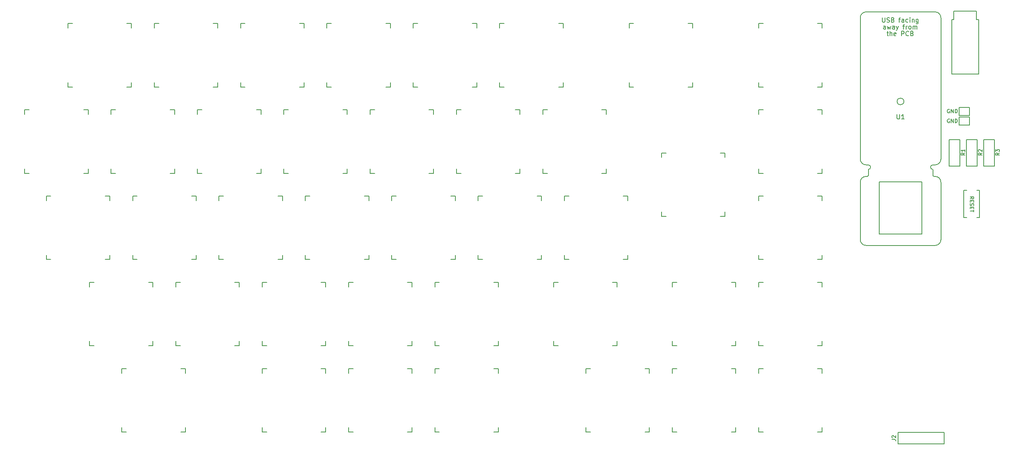
<source format=gbr>
%TF.GenerationSoftware,KiCad,Pcbnew,(5.1.7)-1*%
%TF.CreationDate,2020-11-02T23:06:17+01:00*%
%TF.ProjectId,Split65Right,53706c69-7436-4355-9269-6768742e6b69,rev?*%
%TF.SameCoordinates,Original*%
%TF.FileFunction,Legend,Top*%
%TF.FilePolarity,Positive*%
%FSLAX46Y46*%
G04 Gerber Fmt 4.6, Leading zero omitted, Abs format (unit mm)*
G04 Created by KiCad (PCBNEW (5.1.7)-1) date 2020-11-02 23:06:17*
%MOMM*%
%LPD*%
G01*
G04 APERTURE LIST*
%ADD10C,0.150000*%
%ADD11C,0.200000*%
G04 APERTURE END LIST*
D10*
%TO.C,SW39*%
X59360000Y-109144000D02*
X59360000Y-110144000D01*
X58360000Y-123144000D02*
X59360000Y-123144000D01*
X59360000Y-109144000D02*
X58360000Y-109144000D01*
X59360000Y-122144000D02*
X59360000Y-123144000D01*
X45360000Y-123144000D02*
X45360000Y-122144000D01*
X46360000Y-109144000D02*
X45360000Y-109144000D01*
X45360000Y-123144000D02*
X46360000Y-123144000D01*
X45360000Y-110144000D02*
X45360000Y-109144000D01*
%TO.C,J2*%
X216496000Y-125744000D02*
X226656000Y-125744000D01*
X216496000Y-123204000D02*
X226656000Y-123204000D01*
X226656000Y-123204000D02*
X226656000Y-125744000D01*
X216496000Y-125744000D02*
X216496000Y-123204000D01*
%TO.C,J1*%
X228336000Y-44130000D02*
X228336000Y-32130000D01*
X234336000Y-44130000D02*
X228336000Y-44130000D01*
X234336000Y-32130000D02*
X234336000Y-44130000D01*
X228336000Y-32130000D02*
X228836000Y-32130000D01*
X233836000Y-32130000D02*
X233836000Y-30230000D01*
X228836000Y-32130000D02*
X228836000Y-30230000D01*
X234336000Y-32130000D02*
X233836000Y-32130000D01*
X228836000Y-30230000D02*
X233836000Y-30230000D01*
%TO.C,JP2*%
X232241000Y-55391000D02*
X229955000Y-55391000D01*
X229955000Y-55391000D02*
X229955000Y-53613000D01*
X229955000Y-53613000D02*
X232241000Y-53613000D01*
X232241000Y-53613000D02*
X232241000Y-55391000D01*
%TO.C,JP3*%
X232241000Y-53249000D02*
X229955000Y-53249000D01*
X229955000Y-53249000D02*
X229955000Y-51471000D01*
X229955000Y-51471000D02*
X232241000Y-51471000D01*
X232241000Y-51471000D02*
X232241000Y-53249000D01*
D11*
%TO.C,R1*%
X230156000Y-58604000D02*
X230156000Y-64404000D01*
X227756000Y-58604000D02*
X230156000Y-58604000D01*
X227756000Y-64404000D02*
X227756000Y-58604000D01*
X230156000Y-64429000D02*
X227756000Y-64429000D01*
%TO.C,R2*%
X233964000Y-58604000D02*
X233964000Y-64404000D01*
X231564000Y-58604000D02*
X233964000Y-58604000D01*
X231564000Y-64404000D02*
X231564000Y-58604000D01*
X233964000Y-64429000D02*
X231564000Y-64429000D01*
D10*
%TO.C,SW1*%
X199780000Y-32984000D02*
X199780000Y-33984000D01*
X198780000Y-46984000D02*
X199780000Y-46984000D01*
X199780000Y-32984000D02*
X198780000Y-32984000D01*
X199780000Y-45984000D02*
X199780000Y-46984000D01*
X185780000Y-46984000D02*
X185780000Y-45984000D01*
X186780000Y-32984000D02*
X185780000Y-32984000D01*
X185780000Y-46984000D02*
X186780000Y-46984000D01*
X185780000Y-33984000D02*
X185780000Y-32984000D01*
%TO.C,SW2*%
X171220000Y-32984000D02*
X171220000Y-33984000D01*
X170220000Y-46984000D02*
X171220000Y-46984000D01*
X171220000Y-32984000D02*
X170220000Y-32984000D01*
X171220000Y-45984000D02*
X171220000Y-46984000D01*
X157220000Y-46984000D02*
X157220000Y-45984000D01*
X158220000Y-32984000D02*
X157220000Y-32984000D01*
X157220000Y-46984000D02*
X158220000Y-46984000D01*
X157220000Y-33984000D02*
X157220000Y-32984000D01*
%TO.C,SW3*%
X142660000Y-32984000D02*
X142660000Y-33984000D01*
X141660000Y-46984000D02*
X142660000Y-46984000D01*
X142660000Y-32984000D02*
X141660000Y-32984000D01*
X142660000Y-45984000D02*
X142660000Y-46984000D01*
X128660000Y-46984000D02*
X128660000Y-45984000D01*
X129660000Y-32984000D02*
X128660000Y-32984000D01*
X128660000Y-46984000D02*
X129660000Y-46984000D01*
X128660000Y-33984000D02*
X128660000Y-32984000D01*
%TO.C,SW4*%
X123620000Y-32984000D02*
X123620000Y-33984000D01*
X122620000Y-46984000D02*
X123620000Y-46984000D01*
X123620000Y-32984000D02*
X122620000Y-32984000D01*
X123620000Y-45984000D02*
X123620000Y-46984000D01*
X109620000Y-46984000D02*
X109620000Y-45984000D01*
X110620000Y-32984000D02*
X109620000Y-32984000D01*
X109620000Y-46984000D02*
X110620000Y-46984000D01*
X109620000Y-33984000D02*
X109620000Y-32984000D01*
%TO.C,SW5*%
X104580000Y-32984000D02*
X104580000Y-33984000D01*
X103580000Y-46984000D02*
X104580000Y-46984000D01*
X104580000Y-32984000D02*
X103580000Y-32984000D01*
X104580000Y-45984000D02*
X104580000Y-46984000D01*
X90580000Y-46984000D02*
X90580000Y-45984000D01*
X91580000Y-32984000D02*
X90580000Y-32984000D01*
X90580000Y-46984000D02*
X91580000Y-46984000D01*
X90580000Y-33984000D02*
X90580000Y-32984000D01*
%TO.C,SW6*%
X85540000Y-32984000D02*
X85540000Y-33984000D01*
X84540000Y-46984000D02*
X85540000Y-46984000D01*
X85540000Y-32984000D02*
X84540000Y-32984000D01*
X85540000Y-45984000D02*
X85540000Y-46984000D01*
X71540000Y-46984000D02*
X71540000Y-45984000D01*
X72540000Y-32984000D02*
X71540000Y-32984000D01*
X71540000Y-46984000D02*
X72540000Y-46984000D01*
X71540000Y-33984000D02*
X71540000Y-32984000D01*
%TO.C,SW7*%
X66500000Y-32984000D02*
X66500000Y-33984000D01*
X65500000Y-46984000D02*
X66500000Y-46984000D01*
X66500000Y-32984000D02*
X65500000Y-32984000D01*
X66500000Y-45984000D02*
X66500000Y-46984000D01*
X52500000Y-46984000D02*
X52500000Y-45984000D01*
X53500000Y-32984000D02*
X52500000Y-32984000D01*
X52500000Y-46984000D02*
X53500000Y-46984000D01*
X52500000Y-33984000D02*
X52500000Y-32984000D01*
%TO.C,SW8*%
X47460000Y-32984000D02*
X47460000Y-33984000D01*
X46460000Y-46984000D02*
X47460000Y-46984000D01*
X47460000Y-32984000D02*
X46460000Y-32984000D01*
X47460000Y-45984000D02*
X47460000Y-46984000D01*
X33460000Y-46984000D02*
X33460000Y-45984000D01*
X34460000Y-32984000D02*
X33460000Y-32984000D01*
X33460000Y-46984000D02*
X34460000Y-46984000D01*
X33460000Y-33984000D02*
X33460000Y-32984000D01*
%TO.C,SW9*%
X199780000Y-52024000D02*
X199780000Y-53024000D01*
X198780000Y-66024000D02*
X199780000Y-66024000D01*
X199780000Y-52024000D02*
X198780000Y-52024000D01*
X199780000Y-65024000D02*
X199780000Y-66024000D01*
X185780000Y-66024000D02*
X185780000Y-65024000D01*
X186780000Y-52024000D02*
X185780000Y-52024000D01*
X185780000Y-66024000D02*
X186780000Y-66024000D01*
X185780000Y-53024000D02*
X185780000Y-52024000D01*
%TO.C,SW10*%
X152180000Y-52024000D02*
X152180000Y-53024000D01*
X151180000Y-66024000D02*
X152180000Y-66024000D01*
X152180000Y-52024000D02*
X151180000Y-52024000D01*
X152180000Y-65024000D02*
X152180000Y-66024000D01*
X138180000Y-66024000D02*
X138180000Y-65024000D01*
X139180000Y-52024000D02*
X138180000Y-52024000D01*
X138180000Y-66024000D02*
X139180000Y-66024000D01*
X138180000Y-53024000D02*
X138180000Y-52024000D01*
%TO.C,SW11*%
X133140000Y-52024000D02*
X133140000Y-53024000D01*
X132140000Y-66024000D02*
X133140000Y-66024000D01*
X133140000Y-52024000D02*
X132140000Y-52024000D01*
X133140000Y-65024000D02*
X133140000Y-66024000D01*
X119140000Y-66024000D02*
X119140000Y-65024000D01*
X120140000Y-52024000D02*
X119140000Y-52024000D01*
X119140000Y-66024000D02*
X120140000Y-66024000D01*
X119140000Y-53024000D02*
X119140000Y-52024000D01*
%TO.C,SW12*%
X114100000Y-52024000D02*
X114100000Y-53024000D01*
X113100000Y-66024000D02*
X114100000Y-66024000D01*
X114100000Y-52024000D02*
X113100000Y-52024000D01*
X114100000Y-65024000D02*
X114100000Y-66024000D01*
X100100000Y-66024000D02*
X100100000Y-65024000D01*
X101100000Y-52024000D02*
X100100000Y-52024000D01*
X100100000Y-66024000D02*
X101100000Y-66024000D01*
X100100000Y-53024000D02*
X100100000Y-52024000D01*
%TO.C,SW13*%
X95060000Y-52024000D02*
X95060000Y-53024000D01*
X94060000Y-66024000D02*
X95060000Y-66024000D01*
X95060000Y-52024000D02*
X94060000Y-52024000D01*
X95060000Y-65024000D02*
X95060000Y-66024000D01*
X81060000Y-66024000D02*
X81060000Y-65024000D01*
X82060000Y-52024000D02*
X81060000Y-52024000D01*
X81060000Y-66024000D02*
X82060000Y-66024000D01*
X81060000Y-53024000D02*
X81060000Y-52024000D01*
%TO.C,SW14*%
X76020000Y-52024000D02*
X76020000Y-53024000D01*
X75020000Y-66024000D02*
X76020000Y-66024000D01*
X76020000Y-52024000D02*
X75020000Y-52024000D01*
X76020000Y-65024000D02*
X76020000Y-66024000D01*
X62020000Y-66024000D02*
X62020000Y-65024000D01*
X63020000Y-52024000D02*
X62020000Y-52024000D01*
X62020000Y-66024000D02*
X63020000Y-66024000D01*
X62020000Y-53024000D02*
X62020000Y-52024000D01*
%TO.C,SW15*%
X56980000Y-52024000D02*
X56980000Y-53024000D01*
X55980000Y-66024000D02*
X56980000Y-66024000D01*
X56980000Y-52024000D02*
X55980000Y-52024000D01*
X56980000Y-65024000D02*
X56980000Y-66024000D01*
X42980000Y-66024000D02*
X42980000Y-65024000D01*
X43980000Y-52024000D02*
X42980000Y-52024000D01*
X42980000Y-66024000D02*
X43980000Y-66024000D01*
X42980000Y-53024000D02*
X42980000Y-52024000D01*
%TO.C,SW16*%
X37940000Y-52024000D02*
X37940000Y-53024000D01*
X36940000Y-66024000D02*
X37940000Y-66024000D01*
X37940000Y-52024000D02*
X36940000Y-52024000D01*
X37940000Y-65024000D02*
X37940000Y-66024000D01*
X23940000Y-66024000D02*
X23940000Y-65024000D01*
X24940000Y-52024000D02*
X23940000Y-52024000D01*
X23940000Y-66024000D02*
X24940000Y-66024000D01*
X23940000Y-53024000D02*
X23940000Y-52024000D01*
%TO.C,SW17*%
X199780000Y-71064000D02*
X199780000Y-72064000D01*
X198780000Y-85064000D02*
X199780000Y-85064000D01*
X199780000Y-71064000D02*
X198780000Y-71064000D01*
X199780000Y-84064000D02*
X199780000Y-85064000D01*
X185780000Y-85064000D02*
X185780000Y-84064000D01*
X186780000Y-71064000D02*
X185780000Y-71064000D01*
X185780000Y-85064000D02*
X186780000Y-85064000D01*
X185780000Y-72064000D02*
X185780000Y-71064000D01*
%TO.C,SW18*%
X164360000Y-62544000D02*
X164360000Y-61544000D01*
X164360000Y-75544000D02*
X165360000Y-75544000D01*
X165360000Y-61544000D02*
X164360000Y-61544000D01*
X164360000Y-75544000D02*
X164360000Y-74544000D01*
X178360000Y-74544000D02*
X178360000Y-75544000D01*
X178360000Y-61544000D02*
X177360000Y-61544000D01*
X177360000Y-75544000D02*
X178360000Y-75544000D01*
X178360000Y-61544000D02*
X178360000Y-62544000D01*
%TO.C,SW19*%
X156940000Y-71064000D02*
X156940000Y-72064000D01*
X155940000Y-85064000D02*
X156940000Y-85064000D01*
X156940000Y-71064000D02*
X155940000Y-71064000D01*
X156940000Y-84064000D02*
X156940000Y-85064000D01*
X142940000Y-85064000D02*
X142940000Y-84064000D01*
X143940000Y-71064000D02*
X142940000Y-71064000D01*
X142940000Y-85064000D02*
X143940000Y-85064000D01*
X142940000Y-72064000D02*
X142940000Y-71064000D01*
%TO.C,SW20*%
X137900000Y-71064000D02*
X137900000Y-72064000D01*
X136900000Y-85064000D02*
X137900000Y-85064000D01*
X137900000Y-71064000D02*
X136900000Y-71064000D01*
X137900000Y-84064000D02*
X137900000Y-85064000D01*
X123900000Y-85064000D02*
X123900000Y-84064000D01*
X124900000Y-71064000D02*
X123900000Y-71064000D01*
X123900000Y-85064000D02*
X124900000Y-85064000D01*
X123900000Y-72064000D02*
X123900000Y-71064000D01*
%TO.C,SW21*%
X118860000Y-71064000D02*
X118860000Y-72064000D01*
X117860000Y-85064000D02*
X118860000Y-85064000D01*
X118860000Y-71064000D02*
X117860000Y-71064000D01*
X118860000Y-84064000D02*
X118860000Y-85064000D01*
X104860000Y-85064000D02*
X104860000Y-84064000D01*
X105860000Y-71064000D02*
X104860000Y-71064000D01*
X104860000Y-85064000D02*
X105860000Y-85064000D01*
X104860000Y-72064000D02*
X104860000Y-71064000D01*
%TO.C,SW22*%
X99820000Y-71064000D02*
X99820000Y-72064000D01*
X98820000Y-85064000D02*
X99820000Y-85064000D01*
X99820000Y-71064000D02*
X98820000Y-71064000D01*
X99820000Y-84064000D02*
X99820000Y-85064000D01*
X85820000Y-85064000D02*
X85820000Y-84064000D01*
X86820000Y-71064000D02*
X85820000Y-71064000D01*
X85820000Y-85064000D02*
X86820000Y-85064000D01*
X85820000Y-72064000D02*
X85820000Y-71064000D01*
%TO.C,SW23*%
X80780000Y-71064000D02*
X80780000Y-72064000D01*
X79780000Y-85064000D02*
X80780000Y-85064000D01*
X80780000Y-71064000D02*
X79780000Y-71064000D01*
X80780000Y-84064000D02*
X80780000Y-85064000D01*
X66780000Y-85064000D02*
X66780000Y-84064000D01*
X67780000Y-71064000D02*
X66780000Y-71064000D01*
X66780000Y-85064000D02*
X67780000Y-85064000D01*
X66780000Y-72064000D02*
X66780000Y-71064000D01*
%TO.C,SW24*%
X61740000Y-71064000D02*
X61740000Y-72064000D01*
X60740000Y-85064000D02*
X61740000Y-85064000D01*
X61740000Y-71064000D02*
X60740000Y-71064000D01*
X61740000Y-84064000D02*
X61740000Y-85064000D01*
X47740000Y-85064000D02*
X47740000Y-84064000D01*
X48740000Y-71064000D02*
X47740000Y-71064000D01*
X47740000Y-85064000D02*
X48740000Y-85064000D01*
X47740000Y-72064000D02*
X47740000Y-71064000D01*
%TO.C,SW25*%
X199780000Y-90104000D02*
X199780000Y-91104000D01*
X198780000Y-104104000D02*
X199780000Y-104104000D01*
X199780000Y-90104000D02*
X198780000Y-90104000D01*
X199780000Y-103104000D02*
X199780000Y-104104000D01*
X185780000Y-104104000D02*
X185780000Y-103104000D01*
X186780000Y-90104000D02*
X185780000Y-90104000D01*
X185780000Y-104104000D02*
X186780000Y-104104000D01*
X185780000Y-91104000D02*
X185780000Y-90104000D01*
%TO.C,SW26*%
X180740000Y-90104000D02*
X180740000Y-91104000D01*
X179740000Y-104104000D02*
X180740000Y-104104000D01*
X180740000Y-90104000D02*
X179740000Y-90104000D01*
X180740000Y-103104000D02*
X180740000Y-104104000D01*
X166740000Y-104104000D02*
X166740000Y-103104000D01*
X167740000Y-90104000D02*
X166740000Y-90104000D01*
X166740000Y-104104000D02*
X167740000Y-104104000D01*
X166740000Y-91104000D02*
X166740000Y-90104000D01*
%TO.C,SW27*%
X154560000Y-90104000D02*
X154560000Y-91104000D01*
X153560000Y-104104000D02*
X154560000Y-104104000D01*
X154560000Y-90104000D02*
X153560000Y-90104000D01*
X154560000Y-103104000D02*
X154560000Y-104104000D01*
X140560000Y-104104000D02*
X140560000Y-103104000D01*
X141560000Y-90104000D02*
X140560000Y-90104000D01*
X140560000Y-104104000D02*
X141560000Y-104104000D01*
X140560000Y-91104000D02*
X140560000Y-90104000D01*
%TO.C,SW28*%
X128380000Y-90104000D02*
X128380000Y-91104000D01*
X127380000Y-104104000D02*
X128380000Y-104104000D01*
X128380000Y-90104000D02*
X127380000Y-90104000D01*
X128380000Y-103104000D02*
X128380000Y-104104000D01*
X114380000Y-104104000D02*
X114380000Y-103104000D01*
X115380000Y-90104000D02*
X114380000Y-90104000D01*
X114380000Y-104104000D02*
X115380000Y-104104000D01*
X114380000Y-91104000D02*
X114380000Y-90104000D01*
%TO.C,SW29*%
X109340000Y-90104000D02*
X109340000Y-91104000D01*
X108340000Y-104104000D02*
X109340000Y-104104000D01*
X109340000Y-90104000D02*
X108340000Y-90104000D01*
X109340000Y-103104000D02*
X109340000Y-104104000D01*
X95340000Y-104104000D02*
X95340000Y-103104000D01*
X96340000Y-90104000D02*
X95340000Y-90104000D01*
X95340000Y-104104000D02*
X96340000Y-104104000D01*
X95340000Y-91104000D02*
X95340000Y-90104000D01*
%TO.C,SW30*%
X90300000Y-90104000D02*
X90300000Y-91104000D01*
X89300000Y-104104000D02*
X90300000Y-104104000D01*
X90300000Y-90104000D02*
X89300000Y-90104000D01*
X90300000Y-103104000D02*
X90300000Y-104104000D01*
X76300000Y-104104000D02*
X76300000Y-103104000D01*
X77300000Y-90104000D02*
X76300000Y-90104000D01*
X76300000Y-104104000D02*
X77300000Y-104104000D01*
X76300000Y-91104000D02*
X76300000Y-90104000D01*
%TO.C,SW31*%
X71260000Y-90104000D02*
X71260000Y-91104000D01*
X70260000Y-104104000D02*
X71260000Y-104104000D01*
X71260000Y-90104000D02*
X70260000Y-90104000D01*
X71260000Y-103104000D02*
X71260000Y-104104000D01*
X57260000Y-104104000D02*
X57260000Y-103104000D01*
X58260000Y-90104000D02*
X57260000Y-90104000D01*
X57260000Y-104104000D02*
X58260000Y-104104000D01*
X57260000Y-91104000D02*
X57260000Y-90104000D01*
%TO.C,SW32*%
X52220000Y-90104000D02*
X52220000Y-91104000D01*
X51220000Y-104104000D02*
X52220000Y-104104000D01*
X52220000Y-90104000D02*
X51220000Y-90104000D01*
X52220000Y-103104000D02*
X52220000Y-104104000D01*
X38220000Y-104104000D02*
X38220000Y-103104000D01*
X39220000Y-90104000D02*
X38220000Y-90104000D01*
X38220000Y-104104000D02*
X39220000Y-104104000D01*
X38220000Y-91104000D02*
X38220000Y-90104000D01*
%TO.C,SW33*%
X199780000Y-109144000D02*
X199780000Y-110144000D01*
X198780000Y-123144000D02*
X199780000Y-123144000D01*
X199780000Y-109144000D02*
X198780000Y-109144000D01*
X199780000Y-122144000D02*
X199780000Y-123144000D01*
X185780000Y-123144000D02*
X185780000Y-122144000D01*
X186780000Y-109144000D02*
X185780000Y-109144000D01*
X185780000Y-123144000D02*
X186780000Y-123144000D01*
X185780000Y-110144000D02*
X185780000Y-109144000D01*
%TO.C,SW34*%
X180740000Y-109144000D02*
X180740000Y-110144000D01*
X179740000Y-123144000D02*
X180740000Y-123144000D01*
X180740000Y-109144000D02*
X179740000Y-109144000D01*
X180740000Y-122144000D02*
X180740000Y-123144000D01*
X166740000Y-123144000D02*
X166740000Y-122144000D01*
X167740000Y-109144000D02*
X166740000Y-109144000D01*
X166740000Y-123144000D02*
X167740000Y-123144000D01*
X166740000Y-110144000D02*
X166740000Y-109144000D01*
%TO.C,SW35*%
X161700000Y-109144000D02*
X161700000Y-110144000D01*
X160700000Y-123144000D02*
X161700000Y-123144000D01*
X161700000Y-109144000D02*
X160700000Y-109144000D01*
X161700000Y-122144000D02*
X161700000Y-123144000D01*
X147700000Y-123144000D02*
X147700000Y-122144000D01*
X148700000Y-109144000D02*
X147700000Y-109144000D01*
X147700000Y-123144000D02*
X148700000Y-123144000D01*
X147700000Y-110144000D02*
X147700000Y-109144000D01*
%TO.C,SW36*%
X128380000Y-109144000D02*
X128380000Y-110144000D01*
X127380000Y-123144000D02*
X128380000Y-123144000D01*
X128380000Y-109144000D02*
X127380000Y-109144000D01*
X128380000Y-122144000D02*
X128380000Y-123144000D01*
X114380000Y-123144000D02*
X114380000Y-122144000D01*
X115380000Y-109144000D02*
X114380000Y-109144000D01*
X114380000Y-123144000D02*
X115380000Y-123144000D01*
X114380000Y-110144000D02*
X114380000Y-109144000D01*
%TO.C,SW37*%
X109340000Y-109144000D02*
X109340000Y-110144000D01*
X108340000Y-123144000D02*
X109340000Y-123144000D01*
X109340000Y-109144000D02*
X108340000Y-109144000D01*
X109340000Y-122144000D02*
X109340000Y-123144000D01*
X95340000Y-123144000D02*
X95340000Y-122144000D01*
X96340000Y-109144000D02*
X95340000Y-109144000D01*
X95340000Y-123144000D02*
X96340000Y-123144000D01*
X95340000Y-110144000D02*
X95340000Y-109144000D01*
%TO.C,SW38*%
X90300000Y-109144000D02*
X90300000Y-110144000D01*
X89300000Y-123144000D02*
X90300000Y-123144000D01*
X90300000Y-109144000D02*
X89300000Y-109144000D01*
X90300000Y-122144000D02*
X90300000Y-123144000D01*
X76300000Y-123144000D02*
X76300000Y-122144000D01*
X77300000Y-109144000D02*
X76300000Y-109144000D01*
X76300000Y-123144000D02*
X77300000Y-123144000D01*
X76300000Y-110144000D02*
X76300000Y-109144000D01*
%TO.C,SW40*%
X42700000Y-71064000D02*
X42700000Y-72064000D01*
X41700000Y-85064000D02*
X42700000Y-85064000D01*
X42700000Y-71064000D02*
X41700000Y-71064000D01*
X42700000Y-84064000D02*
X42700000Y-85064000D01*
X28700000Y-85064000D02*
X28700000Y-84064000D01*
X29700000Y-71064000D02*
X28700000Y-71064000D01*
X28700000Y-85064000D02*
X29700000Y-85064000D01*
X28700000Y-72064000D02*
X28700000Y-71064000D01*
%TO.C,SW_41*%
X230964000Y-69828000D02*
X230964000Y-75828000D01*
X234464000Y-75828000D02*
X234464000Y-69828000D01*
X230964000Y-69828000D02*
X231664000Y-69828000D01*
X234464000Y-69828000D02*
X233864000Y-69828000D01*
X234464000Y-75828000D02*
X233864000Y-75828000D01*
X230964000Y-75828000D02*
X231664000Y-75828000D01*
%TO.C,U1*%
X225966000Y-31694000D02*
G75*
G03*
X224696000Y-30424000I-1270000J0D01*
G01*
X209456000Y-30424000D02*
G75*
G03*
X208186000Y-31694000I0J-1270000D01*
G01*
X224188000Y-64178000D02*
G75*
G03*
X224188000Y-65194000I0J-508000D01*
G01*
X224696000Y-64178000D02*
G75*
G03*
X225966000Y-62908000I0J1270000D01*
G01*
X208186000Y-62908000D02*
G75*
G03*
X209456000Y-64178000I1270000J0D01*
G01*
X209964000Y-65194000D02*
G75*
G03*
X209964000Y-64178000I0J508000D01*
G01*
X224696000Y-81958000D02*
G75*
G03*
X225966000Y-80688000I0J1270000D01*
G01*
X208186000Y-80688000D02*
G75*
G03*
X209456000Y-81958000I1270000J0D01*
G01*
X225966000Y-67988000D02*
G75*
G03*
X224696000Y-66718000I-1270000J0D01*
G01*
X209456000Y-66718000D02*
G75*
G03*
X208186000Y-67988000I0J-1270000D01*
G01*
X224188000Y-66464000D02*
G75*
G03*
X224442000Y-66718000I254000J0D01*
G01*
X209710000Y-66718000D02*
G75*
G03*
X209964000Y-66464000I0J254000D01*
G01*
X212377000Y-67918000D02*
X212377000Y-79418000D01*
X209964000Y-65194000D02*
X209964000Y-66464000D01*
X209456000Y-66718000D02*
X209710000Y-66718000D01*
X209456000Y-64178000D02*
X209966000Y-64178000D01*
X225966000Y-62908000D02*
X225966000Y-31694000D01*
X208186000Y-31694000D02*
X208186000Y-62908000D01*
X209456000Y-30424000D02*
X224696000Y-30424000D01*
X217806000Y-50183000D02*
G75*
G03*
X217806000Y-50183000I-750000J0D01*
G01*
X224188000Y-64178000D02*
X224696000Y-64178000D01*
X224188000Y-65194000D02*
X224188000Y-66464000D01*
X224442000Y-66718000D02*
X224696000Y-66718000D01*
X225966000Y-67988000D02*
X225966000Y-80688000D01*
X208186000Y-67988000D02*
X208186000Y-80688000D01*
X224696000Y-81958000D02*
X209456000Y-81958000D01*
X212377000Y-79418000D02*
X221756000Y-79418000D01*
X212377000Y-67918000D02*
X221756000Y-67918000D01*
X221756000Y-79418000D02*
X221756000Y-67918000D01*
D11*
%TO.C,R3*%
X237772000Y-58604000D02*
X237772000Y-64404000D01*
X235372000Y-58604000D02*
X237772000Y-58604000D01*
X235372000Y-64404000D02*
X235372000Y-58604000D01*
X237772000Y-64429000D02*
X235372000Y-64429000D01*
%TO.C,J2*%
D10*
X215182895Y-124744933D02*
X215763466Y-124744933D01*
X215879580Y-124783638D01*
X215956990Y-124861047D01*
X215995695Y-124977161D01*
X215995695Y-125054571D01*
X215260304Y-124396590D02*
X215221600Y-124357885D01*
X215182895Y-124280476D01*
X215182895Y-124086952D01*
X215221600Y-124009542D01*
X215260304Y-123970838D01*
X215337714Y-123932133D01*
X215415123Y-123932133D01*
X215531238Y-123970838D01*
X215995695Y-124435295D01*
X215995695Y-123932133D01*
%TO.C,JP2*%
X227860723Y-54095600D02*
X227783314Y-54056895D01*
X227667200Y-54056895D01*
X227551085Y-54095600D01*
X227473676Y-54173009D01*
X227434971Y-54250419D01*
X227396266Y-54405238D01*
X227396266Y-54521352D01*
X227434971Y-54676171D01*
X227473676Y-54753580D01*
X227551085Y-54830990D01*
X227667200Y-54869695D01*
X227744609Y-54869695D01*
X227860723Y-54830990D01*
X227899428Y-54792285D01*
X227899428Y-54521352D01*
X227744609Y-54521352D01*
X228247771Y-54869695D02*
X228247771Y-54056895D01*
X228712228Y-54869695D01*
X228712228Y-54056895D01*
X229099276Y-54869695D02*
X229099276Y-54056895D01*
X229292800Y-54056895D01*
X229408914Y-54095600D01*
X229486323Y-54173009D01*
X229525028Y-54250419D01*
X229563733Y-54405238D01*
X229563733Y-54521352D01*
X229525028Y-54676171D01*
X229486323Y-54753580D01*
X229408914Y-54830990D01*
X229292800Y-54869695D01*
X229099276Y-54869695D01*
%TO.C,JP3*%
X227860723Y-51953600D02*
X227783314Y-51914895D01*
X227667200Y-51914895D01*
X227551085Y-51953600D01*
X227473676Y-52031009D01*
X227434971Y-52108419D01*
X227396266Y-52263238D01*
X227396266Y-52379352D01*
X227434971Y-52534171D01*
X227473676Y-52611580D01*
X227551085Y-52688990D01*
X227667200Y-52727695D01*
X227744609Y-52727695D01*
X227860723Y-52688990D01*
X227899428Y-52650285D01*
X227899428Y-52379352D01*
X227744609Y-52379352D01*
X228247771Y-52727695D02*
X228247771Y-51914895D01*
X228712228Y-52727695D01*
X228712228Y-51914895D01*
X229099276Y-52727695D02*
X229099276Y-51914895D01*
X229292800Y-51914895D01*
X229408914Y-51953600D01*
X229486323Y-52031009D01*
X229525028Y-52108419D01*
X229563733Y-52263238D01*
X229563733Y-52379352D01*
X229525028Y-52534171D01*
X229486323Y-52611580D01*
X229408914Y-52688990D01*
X229292800Y-52727695D01*
X229099276Y-52727695D01*
%TO.C,R1*%
X231242904Y-61537333D02*
X230861952Y-61804000D01*
X231242904Y-61994476D02*
X230442904Y-61994476D01*
X230442904Y-61689714D01*
X230481000Y-61613523D01*
X230519095Y-61575428D01*
X230595285Y-61537333D01*
X230709571Y-61537333D01*
X230785761Y-61575428D01*
X230823857Y-61613523D01*
X230861952Y-61689714D01*
X230861952Y-61994476D01*
X231242904Y-60775428D02*
X231242904Y-61232571D01*
X231242904Y-61004000D02*
X230442904Y-61004000D01*
X230557190Y-61080190D01*
X230633380Y-61156380D01*
X230671476Y-61232571D01*
%TO.C,R2*%
X235050904Y-61537333D02*
X234669952Y-61804000D01*
X235050904Y-61994476D02*
X234250904Y-61994476D01*
X234250904Y-61689714D01*
X234289000Y-61613523D01*
X234327095Y-61575428D01*
X234403285Y-61537333D01*
X234517571Y-61537333D01*
X234593761Y-61575428D01*
X234631857Y-61613523D01*
X234669952Y-61689714D01*
X234669952Y-61994476D01*
X234327095Y-61232571D02*
X234289000Y-61194476D01*
X234250904Y-61118285D01*
X234250904Y-60927809D01*
X234289000Y-60851619D01*
X234327095Y-60813523D01*
X234403285Y-60775428D01*
X234479476Y-60775428D01*
X234593761Y-60813523D01*
X235050904Y-61270666D01*
X235050904Y-60775428D01*
%TO.C,SW_41*%
X232402095Y-71666095D02*
X232783047Y-71399428D01*
X232402095Y-71208952D02*
X233202095Y-71208952D01*
X233202095Y-71513714D01*
X233164000Y-71589904D01*
X233125904Y-71628000D01*
X233049714Y-71666095D01*
X232935428Y-71666095D01*
X232859238Y-71628000D01*
X232821142Y-71589904D01*
X232783047Y-71513714D01*
X232783047Y-71208952D01*
X232821142Y-72008952D02*
X232821142Y-72275619D01*
X232402095Y-72389904D02*
X232402095Y-72008952D01*
X233202095Y-72008952D01*
X233202095Y-72389904D01*
X232440190Y-72694666D02*
X232402095Y-72808952D01*
X232402095Y-72999428D01*
X232440190Y-73075619D01*
X232478285Y-73113714D01*
X232554476Y-73151809D01*
X232630666Y-73151809D01*
X232706857Y-73113714D01*
X232744952Y-73075619D01*
X232783047Y-72999428D01*
X232821142Y-72847047D01*
X232859238Y-72770857D01*
X232897333Y-72732761D01*
X232973523Y-72694666D01*
X233049714Y-72694666D01*
X233125904Y-72732761D01*
X233164000Y-72770857D01*
X233202095Y-72847047D01*
X233202095Y-73037523D01*
X233164000Y-73151809D01*
X232821142Y-73494666D02*
X232821142Y-73761333D01*
X232402095Y-73875619D02*
X232402095Y-73494666D01*
X233202095Y-73494666D01*
X233202095Y-73875619D01*
X233202095Y-74104190D02*
X233202095Y-74561333D01*
X232402095Y-74332761D02*
X233202095Y-74332761D01*
%TO.C,U1*%
X216304095Y-53060380D02*
X216304095Y-53869904D01*
X216351714Y-53965142D01*
X216399333Y-54012761D01*
X216494571Y-54060380D01*
X216685047Y-54060380D01*
X216780285Y-54012761D01*
X216827904Y-53965142D01*
X216875523Y-53869904D01*
X216875523Y-53060380D01*
X217875523Y-54060380D02*
X217304095Y-54060380D01*
X217589809Y-54060380D02*
X217589809Y-53060380D01*
X217494571Y-53203238D01*
X217399333Y-53298476D01*
X217304095Y-53346095D01*
X213053619Y-31690380D02*
X213053619Y-32499904D01*
X213101238Y-32595142D01*
X213148857Y-32642761D01*
X213244095Y-32690380D01*
X213434571Y-32690380D01*
X213529809Y-32642761D01*
X213577428Y-32595142D01*
X213625047Y-32499904D01*
X213625047Y-31690380D01*
X214053619Y-32642761D02*
X214196476Y-32690380D01*
X214434571Y-32690380D01*
X214529809Y-32642761D01*
X214577428Y-32595142D01*
X214625047Y-32499904D01*
X214625047Y-32404666D01*
X214577428Y-32309428D01*
X214529809Y-32261809D01*
X214434571Y-32214190D01*
X214244095Y-32166571D01*
X214148857Y-32118952D01*
X214101238Y-32071333D01*
X214053619Y-31976095D01*
X214053619Y-31880857D01*
X214101238Y-31785619D01*
X214148857Y-31738000D01*
X214244095Y-31690380D01*
X214482190Y-31690380D01*
X214625047Y-31738000D01*
X215386952Y-32166571D02*
X215529809Y-32214190D01*
X215577428Y-32261809D01*
X215625047Y-32357047D01*
X215625047Y-32499904D01*
X215577428Y-32595142D01*
X215529809Y-32642761D01*
X215434571Y-32690380D01*
X215053619Y-32690380D01*
X215053619Y-31690380D01*
X215386952Y-31690380D01*
X215482190Y-31738000D01*
X215529809Y-31785619D01*
X215577428Y-31880857D01*
X215577428Y-31976095D01*
X215529809Y-32071333D01*
X215482190Y-32118952D01*
X215386952Y-32166571D01*
X215053619Y-32166571D01*
X216672666Y-32023714D02*
X217053619Y-32023714D01*
X216815523Y-32690380D02*
X216815523Y-31833238D01*
X216863142Y-31738000D01*
X216958380Y-31690380D01*
X217053619Y-31690380D01*
X217815523Y-32690380D02*
X217815523Y-32166571D01*
X217767904Y-32071333D01*
X217672666Y-32023714D01*
X217482190Y-32023714D01*
X217386952Y-32071333D01*
X217815523Y-32642761D02*
X217720285Y-32690380D01*
X217482190Y-32690380D01*
X217386952Y-32642761D01*
X217339333Y-32547523D01*
X217339333Y-32452285D01*
X217386952Y-32357047D01*
X217482190Y-32309428D01*
X217720285Y-32309428D01*
X217815523Y-32261809D01*
X218720285Y-32642761D02*
X218625047Y-32690380D01*
X218434571Y-32690380D01*
X218339333Y-32642761D01*
X218291714Y-32595142D01*
X218244095Y-32499904D01*
X218244095Y-32214190D01*
X218291714Y-32118952D01*
X218339333Y-32071333D01*
X218434571Y-32023714D01*
X218625047Y-32023714D01*
X218720285Y-32071333D01*
X219148857Y-32690380D02*
X219148857Y-32023714D01*
X219148857Y-31690380D02*
X219101238Y-31738000D01*
X219148857Y-31785619D01*
X219196476Y-31738000D01*
X219148857Y-31690380D01*
X219148857Y-31785619D01*
X219625047Y-32023714D02*
X219625047Y-32690380D01*
X219625047Y-32118952D02*
X219672666Y-32071333D01*
X219767904Y-32023714D01*
X219910761Y-32023714D01*
X220006000Y-32071333D01*
X220053619Y-32166571D01*
X220053619Y-32690380D01*
X220958380Y-32023714D02*
X220958380Y-32833238D01*
X220910761Y-32928476D01*
X220863142Y-32976095D01*
X220767904Y-33023714D01*
X220625047Y-33023714D01*
X220529809Y-32976095D01*
X220958380Y-32642761D02*
X220863142Y-32690380D01*
X220672666Y-32690380D01*
X220577428Y-32642761D01*
X220529809Y-32595142D01*
X220482190Y-32499904D01*
X220482190Y-32214190D01*
X220529809Y-32118952D01*
X220577428Y-32071333D01*
X220672666Y-32023714D01*
X220863142Y-32023714D01*
X220958380Y-32071333D01*
X214053619Y-35023714D02*
X214434571Y-35023714D01*
X214196476Y-34690380D02*
X214196476Y-35547523D01*
X214244095Y-35642761D01*
X214339333Y-35690380D01*
X214434571Y-35690380D01*
X214767904Y-35690380D02*
X214767904Y-34690380D01*
X215196476Y-35690380D02*
X215196476Y-35166571D01*
X215148857Y-35071333D01*
X215053619Y-35023714D01*
X214910761Y-35023714D01*
X214815523Y-35071333D01*
X214767904Y-35118952D01*
X216053619Y-35642761D02*
X215958380Y-35690380D01*
X215767904Y-35690380D01*
X215672666Y-35642761D01*
X215625047Y-35547523D01*
X215625047Y-35166571D01*
X215672666Y-35071333D01*
X215767904Y-35023714D01*
X215958380Y-35023714D01*
X216053619Y-35071333D01*
X216101238Y-35166571D01*
X216101238Y-35261809D01*
X215625047Y-35357047D01*
X217291714Y-35690380D02*
X217291714Y-34690380D01*
X217672666Y-34690380D01*
X217767904Y-34738000D01*
X217815523Y-34785619D01*
X217863142Y-34880857D01*
X217863142Y-35023714D01*
X217815523Y-35118952D01*
X217767904Y-35166571D01*
X217672666Y-35214190D01*
X217291714Y-35214190D01*
X218863142Y-35595142D02*
X218815523Y-35642761D01*
X218672666Y-35690380D01*
X218577428Y-35690380D01*
X218434571Y-35642761D01*
X218339333Y-35547523D01*
X218291714Y-35452285D01*
X218244095Y-35261809D01*
X218244095Y-35118952D01*
X218291714Y-34928476D01*
X218339333Y-34833238D01*
X218434571Y-34738000D01*
X218577428Y-34690380D01*
X218672666Y-34690380D01*
X218815523Y-34738000D01*
X218863142Y-34785619D01*
X219625047Y-35166571D02*
X219767904Y-35214190D01*
X219815523Y-35261809D01*
X219863142Y-35357047D01*
X219863142Y-35499904D01*
X219815523Y-35595142D01*
X219767904Y-35642761D01*
X219672666Y-35690380D01*
X219291714Y-35690380D01*
X219291714Y-34690380D01*
X219625047Y-34690380D01*
X219720285Y-34738000D01*
X219767904Y-34785619D01*
X219815523Y-34880857D01*
X219815523Y-34976095D01*
X219767904Y-35071333D01*
X219720285Y-35118952D01*
X219625047Y-35166571D01*
X219291714Y-35166571D01*
X213767904Y-34190380D02*
X213767904Y-33666571D01*
X213720285Y-33571333D01*
X213625047Y-33523714D01*
X213434571Y-33523714D01*
X213339333Y-33571333D01*
X213767904Y-34142761D02*
X213672666Y-34190380D01*
X213434571Y-34190380D01*
X213339333Y-34142761D01*
X213291714Y-34047523D01*
X213291714Y-33952285D01*
X213339333Y-33857047D01*
X213434571Y-33809428D01*
X213672666Y-33809428D01*
X213767904Y-33761809D01*
X214148857Y-33523714D02*
X214339333Y-34190380D01*
X214529809Y-33714190D01*
X214720285Y-34190380D01*
X214910761Y-33523714D01*
X215720285Y-34190380D02*
X215720285Y-33666571D01*
X215672666Y-33571333D01*
X215577428Y-33523714D01*
X215386952Y-33523714D01*
X215291714Y-33571333D01*
X215720285Y-34142761D02*
X215625047Y-34190380D01*
X215386952Y-34190380D01*
X215291714Y-34142761D01*
X215244095Y-34047523D01*
X215244095Y-33952285D01*
X215291714Y-33857047D01*
X215386952Y-33809428D01*
X215625047Y-33809428D01*
X215720285Y-33761809D01*
X216101238Y-33523714D02*
X216339333Y-34190380D01*
X216577428Y-33523714D02*
X216339333Y-34190380D01*
X216244095Y-34428476D01*
X216196476Y-34476095D01*
X216101238Y-34523714D01*
X217577428Y-33523714D02*
X217958380Y-33523714D01*
X217720285Y-34190380D02*
X217720285Y-33333238D01*
X217767904Y-33238000D01*
X217863142Y-33190380D01*
X217958380Y-33190380D01*
X218291714Y-34190380D02*
X218291714Y-33523714D01*
X218291714Y-33714190D02*
X218339333Y-33618952D01*
X218386952Y-33571333D01*
X218482190Y-33523714D01*
X218577428Y-33523714D01*
X219053619Y-34190380D02*
X218958380Y-34142761D01*
X218910761Y-34095142D01*
X218863142Y-33999904D01*
X218863142Y-33714190D01*
X218910761Y-33618952D01*
X218958380Y-33571333D01*
X219053619Y-33523714D01*
X219196476Y-33523714D01*
X219291714Y-33571333D01*
X219339333Y-33618952D01*
X219386952Y-33714190D01*
X219386952Y-33999904D01*
X219339333Y-34095142D01*
X219291714Y-34142761D01*
X219196476Y-34190380D01*
X219053619Y-34190380D01*
X219815523Y-34190380D02*
X219815523Y-33523714D01*
X219815523Y-33618952D02*
X219863142Y-33571333D01*
X219958380Y-33523714D01*
X220101238Y-33523714D01*
X220196476Y-33571333D01*
X220244095Y-33666571D01*
X220244095Y-34190380D01*
X220244095Y-33666571D02*
X220291714Y-33571333D01*
X220386952Y-33523714D01*
X220529809Y-33523714D01*
X220625047Y-33571333D01*
X220672666Y-33666571D01*
X220672666Y-34190380D01*
%TO.C,R3*%
X238858904Y-61537333D02*
X238477952Y-61804000D01*
X238858904Y-61994476D02*
X238058904Y-61994476D01*
X238058904Y-61689714D01*
X238097000Y-61613523D01*
X238135095Y-61575428D01*
X238211285Y-61537333D01*
X238325571Y-61537333D01*
X238401761Y-61575428D01*
X238439857Y-61613523D01*
X238477952Y-61689714D01*
X238477952Y-61994476D01*
X238058904Y-61270666D02*
X238058904Y-60775428D01*
X238363666Y-61042095D01*
X238363666Y-60927809D01*
X238401761Y-60851619D01*
X238439857Y-60813523D01*
X238516047Y-60775428D01*
X238706523Y-60775428D01*
X238782714Y-60813523D01*
X238820809Y-60851619D01*
X238858904Y-60927809D01*
X238858904Y-61156380D01*
X238820809Y-61232571D01*
X238782714Y-61270666D01*
%TD*%
M02*

</source>
